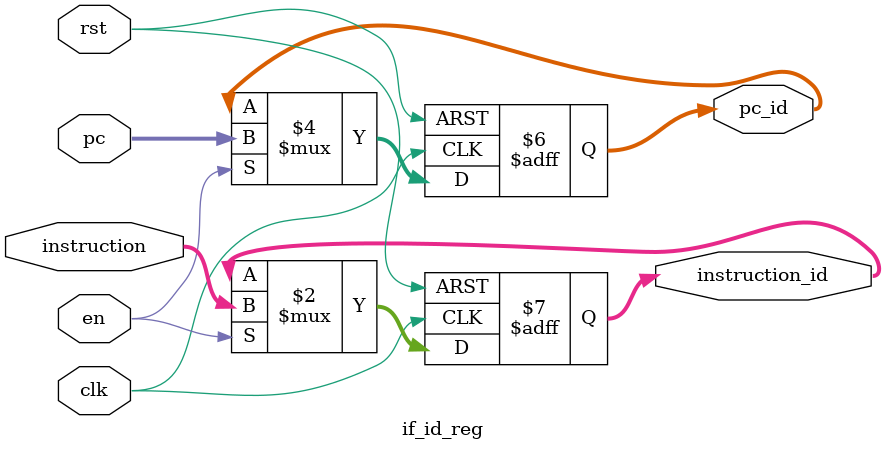
<source format=v>
module if_id_reg(
    input  wire        clk,
    input  wire        rst,
    input  wire        en,            // enable capture; tie 1 if no stall logic

    // IF-stage inputs (kept original names)
    input  wire [31:0] pc,
    input  wire [31:0] instruction,

    // ID-stage outputs
    output reg  [31:0] pc_id,
    output reg  [31:0] instruction_id
);

    // On reset -> clear to known state. On enable -> capture. Else -> hold.
    always @(posedge clk or posedge rst) begin
        if (rst) begin
            pc_id         <= 32'h00000000;
            instruction_id<= 32'h00000013; // NOP (ADDI x0,x0,0)
        end else if (en) begin
            pc_id         <= pc;
            instruction_id<= instruction;
        end
        // if en == 0 -> hold values (stall)
    end

endmodule


</source>
